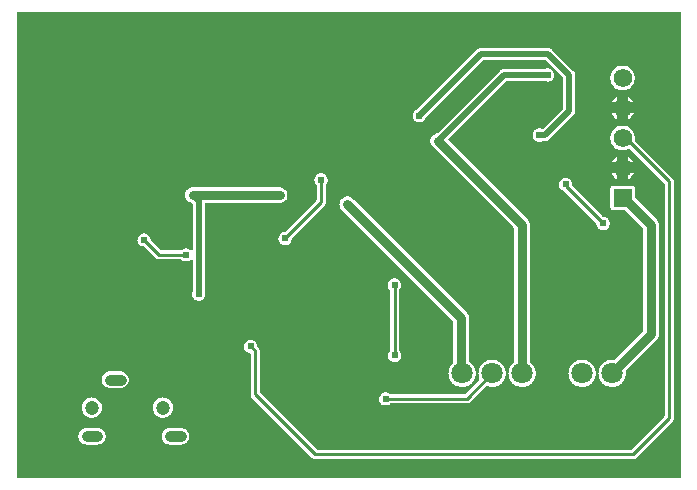
<source format=gbl>
G04 Layer: BottomLayer*
G04 EasyEDA v6.4.17, 2021-03-05T15:54:57+08:00*
G04 7810626ff2e9405a9b1361f117870e28,a0ab3b0d74464cd6b67425ecbf828b8b,10*
G04 Gerber Generator version 0.2*
G04 Scale: 100 percent, Rotated: No, Reflected: No *
G04 Dimensions in millimeters *
G04 leading zeros omitted , absolute positions ,4 integer and 5 decimal *
%FSLAX45Y45*%
%MOMM*%

%ADD10C,0.2540*%
%ADD11C,0.8000*%
%ADD12C,0.5000*%
%ADD16C,0.6100*%
%ADD17C,0.6200*%
%ADD23C,1.2000*%
%ADD24C,1.8000*%
%ADD25C,1.5748*%
%ADD26R,1.5748X1.5748*%
%ADD27C,0.9000*%

%LPD*%
G36*
X2067814Y4216654D02*
G01*
X2063902Y4217416D01*
X2060651Y4219651D01*
X2058416Y4222902D01*
X2057654Y4226814D01*
X2057654Y8155686D01*
X2058416Y8159597D01*
X2060651Y8162848D01*
X2063902Y8165084D01*
X2067814Y8165846D01*
X7673086Y8165846D01*
X7676997Y8165084D01*
X7680248Y8162848D01*
X7682484Y8159597D01*
X7683246Y8155686D01*
X7683246Y4226814D01*
X7682484Y4222902D01*
X7680248Y4219651D01*
X7676997Y4217416D01*
X7673086Y4216654D01*
G37*

%LPC*%
G36*
X7188200Y7502906D02*
G01*
X7201814Y7503820D01*
X7215225Y7506462D01*
X7228128Y7510881D01*
X7240371Y7516926D01*
X7251750Y7524496D01*
X7262012Y7533487D01*
X7271003Y7543749D01*
X7278573Y7555128D01*
X7284618Y7567371D01*
X7289038Y7580274D01*
X7291679Y7593685D01*
X7292594Y7607300D01*
X7291679Y7620914D01*
X7289038Y7634325D01*
X7284618Y7647228D01*
X7278573Y7659471D01*
X7271003Y7670850D01*
X7262012Y7681112D01*
X7251750Y7690103D01*
X7240371Y7697673D01*
X7228128Y7703718D01*
X7215225Y7708138D01*
X7201814Y7710779D01*
X7188200Y7711694D01*
X7174585Y7710779D01*
X7161174Y7708138D01*
X7148271Y7703718D01*
X7136028Y7697673D01*
X7124649Y7690103D01*
X7114387Y7681112D01*
X7105396Y7670850D01*
X7097826Y7659471D01*
X7091781Y7647228D01*
X7087362Y7634325D01*
X7084720Y7620914D01*
X7083806Y7607300D01*
X7084720Y7593685D01*
X7087362Y7580274D01*
X7091781Y7567371D01*
X7097826Y7555128D01*
X7105396Y7543749D01*
X7114387Y7533487D01*
X7124649Y7524496D01*
X7136028Y7516926D01*
X7148271Y7510881D01*
X7161174Y7506462D01*
X7174585Y7503820D01*
G37*
G36*
X2651099Y4502912D02*
G01*
X2740304Y4502912D01*
X2751785Y4503826D01*
X2762554Y4506417D01*
X2772765Y4510633D01*
X2782214Y4516424D01*
X2790647Y4523638D01*
X2797860Y4532071D01*
X2803652Y4541520D01*
X2807868Y4551730D01*
X2810459Y4562551D01*
X2811322Y4573574D01*
X2810459Y4584598D01*
X2807868Y4595418D01*
X2803652Y4605629D01*
X2797860Y4615078D01*
X2790647Y4623511D01*
X2782214Y4630724D01*
X2772765Y4636516D01*
X2762554Y4640732D01*
X2751785Y4643323D01*
X2740304Y4644237D01*
X2651099Y4644237D01*
X2639669Y4643323D01*
X2628900Y4640732D01*
X2618638Y4636516D01*
X2609189Y4630724D01*
X2600756Y4623511D01*
X2593594Y4615078D01*
X2587802Y4605629D01*
X2583535Y4595418D01*
X2580944Y4584598D01*
X2580081Y4573574D01*
X2580944Y4562551D01*
X2583535Y4551730D01*
X2587802Y4541520D01*
X2593594Y4532071D01*
X2600756Y4523638D01*
X2609189Y4516424D01*
X2618638Y4510633D01*
X2628900Y4506417D01*
X2639669Y4503826D01*
G37*
G36*
X2694178Y4730140D02*
G01*
X2706370Y4731054D01*
X2718308Y4733645D01*
X2729738Y4737912D01*
X2740456Y4743754D01*
X2750261Y4751070D01*
X2758897Y4759706D01*
X2766212Y4769510D01*
X2772054Y4780229D01*
X2776321Y4791659D01*
X2778912Y4803597D01*
X2779776Y4815789D01*
X2778912Y4827981D01*
X2776321Y4839919D01*
X2772054Y4851349D01*
X2766212Y4862068D01*
X2758897Y4871872D01*
X2750261Y4880508D01*
X2740456Y4887823D01*
X2729738Y4893665D01*
X2718308Y4897932D01*
X2706370Y4900523D01*
X2694178Y4901438D01*
X2681986Y4900523D01*
X2670048Y4897932D01*
X2658618Y4893665D01*
X2647848Y4887823D01*
X2638094Y4880508D01*
X2629458Y4871872D01*
X2622143Y4862068D01*
X2616250Y4851349D01*
X2611983Y4839919D01*
X2609392Y4827981D01*
X2608529Y4815789D01*
X2609392Y4803597D01*
X2611983Y4791659D01*
X2616250Y4780229D01*
X2622143Y4769510D01*
X2629458Y4759706D01*
X2638094Y4751070D01*
X2647848Y4743754D01*
X2658618Y4737912D01*
X2670048Y4733645D01*
X2681986Y4731054D01*
G37*
G36*
X3296056Y4730140D02*
G01*
X3308248Y4731054D01*
X3320186Y4733645D01*
X3331616Y4737912D01*
X3342386Y4743754D01*
X3352139Y4751070D01*
X3360775Y4759706D01*
X3368090Y4769510D01*
X3373983Y4780229D01*
X3378250Y4791659D01*
X3380841Y4803597D01*
X3381705Y4815789D01*
X3380841Y4827981D01*
X3378250Y4839919D01*
X3373983Y4851349D01*
X3368090Y4862068D01*
X3360775Y4871872D01*
X3352139Y4880508D01*
X3342386Y4887823D01*
X3331616Y4893665D01*
X3320186Y4897932D01*
X3308248Y4900523D01*
X3296056Y4901438D01*
X3283864Y4900523D01*
X3271926Y4897932D01*
X3260496Y4893665D01*
X3249777Y4887823D01*
X3239973Y4880508D01*
X3231337Y4871872D01*
X3224022Y4862068D01*
X3218180Y4851349D01*
X3213912Y4839919D01*
X3211322Y4827981D01*
X3210458Y4815789D01*
X3211322Y4803597D01*
X3213912Y4791659D01*
X3218180Y4780229D01*
X3224022Y4769510D01*
X3231337Y4759706D01*
X3239973Y4751070D01*
X3249777Y4743754D01*
X3260496Y4737912D01*
X3271926Y4733645D01*
X3283864Y4731054D01*
G37*
G36*
X5181600Y4833366D02*
G01*
X5191353Y4834229D01*
X5200802Y4836769D01*
X5209641Y4840884D01*
X5217668Y4846523D01*
X5219344Y4848148D01*
X5222646Y4850384D01*
X5226507Y4851146D01*
X5866892Y4851146D01*
X5874867Y4851908D01*
X5882081Y4854092D01*
X5888685Y4857648D01*
X5894882Y4862728D01*
X6028537Y4996383D01*
X6031788Y4998567D01*
X6035598Y4999329D01*
X6039459Y4998618D01*
X6047587Y4995418D01*
X6061608Y4991811D01*
X6076035Y4989982D01*
X6090564Y4989982D01*
X6104991Y4991811D01*
X6119012Y4995418D01*
X6132525Y5000752D01*
X6145276Y5007762D01*
X6157010Y5016296D01*
X6167577Y5026253D01*
X6176873Y5037429D01*
X6184646Y5049672D01*
X6190792Y5062829D01*
X6195314Y5076647D01*
X6198006Y5090922D01*
X6198920Y5105400D01*
X6198006Y5119878D01*
X6195314Y5134152D01*
X6190792Y5147970D01*
X6184646Y5161127D01*
X6176873Y5173370D01*
X6167577Y5184546D01*
X6157010Y5194503D01*
X6145276Y5203037D01*
X6132525Y5210048D01*
X6119012Y5215382D01*
X6104991Y5218988D01*
X6090564Y5220817D01*
X6076035Y5220817D01*
X6061608Y5218988D01*
X6047587Y5215382D01*
X6034074Y5210048D01*
X6021324Y5203037D01*
X6009589Y5194503D01*
X5999022Y5184546D01*
X5989726Y5173370D01*
X5981954Y5161127D01*
X5975807Y5147970D01*
X5971286Y5134152D01*
X5968593Y5119878D01*
X5967679Y5105400D01*
X5968593Y5090922D01*
X5971286Y5076647D01*
X5975807Y5062829D01*
X5977128Y5058003D01*
X5976416Y5053939D01*
X5974181Y5050485D01*
X5854496Y4930851D01*
X5851194Y4928616D01*
X5847283Y4927854D01*
X5226507Y4927854D01*
X5222646Y4928616D01*
X5219344Y4930851D01*
X5217668Y4932476D01*
X5209641Y4938115D01*
X5200802Y4942230D01*
X5191353Y4944770D01*
X5181600Y4945634D01*
X5171846Y4944770D01*
X5162397Y4942230D01*
X5153558Y4938115D01*
X5145532Y4932476D01*
X5138623Y4925568D01*
X5132984Y4917541D01*
X5128869Y4908702D01*
X5126329Y4899253D01*
X5125466Y4889500D01*
X5126329Y4879746D01*
X5128869Y4870297D01*
X5132984Y4861458D01*
X5138623Y4853432D01*
X5145532Y4846523D01*
X5153558Y4840884D01*
X5162397Y4836769D01*
X5171846Y4834229D01*
G37*
G36*
X2847746Y4982667D02*
G01*
X2936951Y4982667D01*
X2948432Y4983581D01*
X2959201Y4986172D01*
X2969412Y4990388D01*
X2978861Y4996180D01*
X2987294Y5003393D01*
X2994507Y5011826D01*
X3000298Y5021275D01*
X3004515Y5031486D01*
X3007106Y5042306D01*
X3007969Y5053330D01*
X3007106Y5064353D01*
X3004515Y5075174D01*
X3000298Y5085384D01*
X2994507Y5094833D01*
X2987294Y5103266D01*
X2978861Y5110480D01*
X2969412Y5116271D01*
X2959201Y5120487D01*
X2948432Y5123078D01*
X2936951Y5123992D01*
X2847746Y5123992D01*
X2836316Y5123078D01*
X2825546Y5120487D01*
X2815285Y5116271D01*
X2805836Y5110480D01*
X2797403Y5103266D01*
X2790240Y5094833D01*
X2784449Y5085384D01*
X2780182Y5075174D01*
X2777591Y5064353D01*
X2776728Y5053330D01*
X2777591Y5042306D01*
X2780182Y5031486D01*
X2784449Y5021275D01*
X2790240Y5011826D01*
X2797403Y5003393D01*
X2805836Y4996180D01*
X2815285Y4990388D01*
X2825546Y4986172D01*
X2836316Y4983581D01*
G37*
G36*
X6838035Y4989982D02*
G01*
X6852564Y4989982D01*
X6866991Y4991811D01*
X6881012Y4995418D01*
X6894525Y5000752D01*
X6907275Y5007762D01*
X6919010Y5016296D01*
X6929577Y5026253D01*
X6938873Y5037429D01*
X6946646Y5049672D01*
X6952792Y5062829D01*
X6957314Y5076647D01*
X6960006Y5090922D01*
X6960920Y5105400D01*
X6960006Y5119878D01*
X6957314Y5134152D01*
X6952792Y5147970D01*
X6946646Y5161127D01*
X6938873Y5173370D01*
X6929577Y5184546D01*
X6919010Y5194503D01*
X6907275Y5203037D01*
X6894525Y5210048D01*
X6881012Y5215382D01*
X6866991Y5218988D01*
X6852564Y5220817D01*
X6838035Y5220817D01*
X6823608Y5218988D01*
X6809587Y5215382D01*
X6796074Y5210048D01*
X6783324Y5203037D01*
X6771589Y5194503D01*
X6761022Y5184546D01*
X6751726Y5173370D01*
X6743953Y5161127D01*
X6737807Y5147970D01*
X6733286Y5134152D01*
X6730593Y5119878D01*
X6729679Y5105400D01*
X6730593Y5090922D01*
X6733286Y5076647D01*
X6737807Y5062829D01*
X6743953Y5049672D01*
X6751726Y5037429D01*
X6761022Y5026253D01*
X6771589Y5016296D01*
X6783324Y5007762D01*
X6796074Y5000752D01*
X6809587Y4995418D01*
X6823608Y4991811D01*
G37*
G36*
X7092035Y4989982D02*
G01*
X7106564Y4989982D01*
X7120991Y4991811D01*
X7135012Y4995418D01*
X7148525Y5000752D01*
X7161275Y5007762D01*
X7173010Y5016296D01*
X7183577Y5026253D01*
X7192873Y5037429D01*
X7200646Y5049672D01*
X7206792Y5062829D01*
X7211314Y5076647D01*
X7214006Y5090922D01*
X7214920Y5105400D01*
X7213752Y5124094D01*
X7214717Y5127244D01*
X7216648Y5129885D01*
X7475626Y5388914D01*
X7482586Y5397042D01*
X7487970Y5405831D01*
X7491933Y5415330D01*
X7494320Y5425338D01*
X7495133Y5436006D01*
X7495133Y6362293D01*
X7494320Y6372961D01*
X7491933Y6382969D01*
X7487970Y6392468D01*
X7482586Y6401257D01*
X7475626Y6409385D01*
X7295591Y6589471D01*
X7293356Y6592773D01*
X7292594Y6596684D01*
X7292594Y6669481D01*
X7291882Y6675729D01*
X7290003Y6681165D01*
X7286955Y6685991D01*
X7282891Y6690055D01*
X7278065Y6693103D01*
X7272629Y6694982D01*
X7266381Y6695694D01*
X7110018Y6695694D01*
X7103770Y6694982D01*
X7098334Y6693103D01*
X7093508Y6690055D01*
X7089444Y6685991D01*
X7086396Y6681165D01*
X7084517Y6675729D01*
X7083806Y6669481D01*
X7083806Y6513118D01*
X7084517Y6506870D01*
X7086396Y6501434D01*
X7089444Y6496608D01*
X7093508Y6492544D01*
X7098334Y6489496D01*
X7103770Y6487617D01*
X7110018Y6486906D01*
X7208215Y6486906D01*
X7212126Y6486144D01*
X7215428Y6483908D01*
X7360869Y6338468D01*
X7363053Y6335166D01*
X7363866Y6331305D01*
X7363866Y5466994D01*
X7363053Y5463133D01*
X7360869Y5459831D01*
X7123684Y5222595D01*
X7121194Y5220766D01*
X7118299Y5219801D01*
X7115200Y5219700D01*
X7106564Y5220817D01*
X7092035Y5220817D01*
X7077608Y5218988D01*
X7063587Y5215382D01*
X7050074Y5210048D01*
X7037324Y5203037D01*
X7025589Y5194503D01*
X7015022Y5184546D01*
X7005726Y5173370D01*
X6997953Y5161127D01*
X6991807Y5147970D01*
X6987286Y5134152D01*
X6984593Y5119878D01*
X6983679Y5105400D01*
X6984593Y5090922D01*
X6987286Y5076647D01*
X6991807Y5062829D01*
X6997953Y5049672D01*
X7005726Y5037429D01*
X7015022Y5026253D01*
X7025589Y5016296D01*
X7037324Y5007762D01*
X7050074Y5000752D01*
X7063587Y4995418D01*
X7077608Y4991811D01*
G37*
G36*
X5822035Y4989982D02*
G01*
X5836564Y4989982D01*
X5850991Y4991811D01*
X5865012Y4995418D01*
X5878525Y5000752D01*
X5891276Y5007762D01*
X5903010Y5016296D01*
X5913577Y5026253D01*
X5922873Y5037429D01*
X5930646Y5049672D01*
X5936792Y5062829D01*
X5941314Y5076647D01*
X5944006Y5090922D01*
X5944920Y5105400D01*
X5944006Y5119878D01*
X5941314Y5134152D01*
X5936792Y5147970D01*
X5930646Y5161127D01*
X5922873Y5173370D01*
X5913577Y5184546D01*
X5903010Y5194503D01*
X5891530Y5202834D01*
X5889294Y5205069D01*
X5887821Y5207914D01*
X5887313Y5211064D01*
X5887313Y5573623D01*
X5886500Y5584291D01*
X5884113Y5594299D01*
X5880150Y5603798D01*
X5874766Y5612587D01*
X5867806Y5620715D01*
X4903165Y6585356D01*
X4895037Y6592316D01*
X4886248Y6597700D01*
X4876749Y6601663D01*
X4866741Y6604050D01*
X4856480Y6604863D01*
X4846218Y6604050D01*
X4836210Y6601663D01*
X4826711Y6597700D01*
X4817922Y6592316D01*
X4810099Y6585610D01*
X4803394Y6577787D01*
X4798009Y6568998D01*
X4794046Y6559499D01*
X4791659Y6549491D01*
X4790846Y6539230D01*
X4791659Y6528968D01*
X4794046Y6518960D01*
X4798009Y6509461D01*
X4803394Y6500672D01*
X4810353Y6492544D01*
X5753049Y5549798D01*
X5755233Y5546496D01*
X5756046Y5542635D01*
X5756046Y5199278D01*
X5755182Y5195265D01*
X5752846Y5191912D01*
X5745022Y5184546D01*
X5735726Y5173370D01*
X5727954Y5161127D01*
X5721807Y5147970D01*
X5717286Y5134152D01*
X5714593Y5119878D01*
X5713679Y5105400D01*
X5714593Y5090922D01*
X5717286Y5076647D01*
X5721807Y5062829D01*
X5727954Y5049672D01*
X5735726Y5037429D01*
X5745022Y5026253D01*
X5755589Y5016296D01*
X5767324Y5007762D01*
X5780074Y5000752D01*
X5793587Y4995418D01*
X5807608Y4991811D01*
G37*
G36*
X6330035Y4989982D02*
G01*
X6344564Y4989982D01*
X6358991Y4991811D01*
X6373012Y4995418D01*
X6386525Y5000752D01*
X6399276Y5007762D01*
X6411010Y5016296D01*
X6421577Y5026253D01*
X6430873Y5037429D01*
X6438646Y5049672D01*
X6444792Y5062829D01*
X6449314Y5076647D01*
X6452006Y5090922D01*
X6452920Y5105400D01*
X6452006Y5119878D01*
X6449314Y5134152D01*
X6444792Y5147970D01*
X6438646Y5161127D01*
X6430873Y5173370D01*
X6421577Y5184546D01*
X6411010Y5194503D01*
X6407150Y5197297D01*
X6404914Y5199532D01*
X6403441Y5202377D01*
X6402933Y5205526D01*
X6402933Y6362293D01*
X6402120Y6372961D01*
X6399733Y6382969D01*
X6395770Y6392468D01*
X6390386Y6401257D01*
X6383426Y6409385D01*
X5715508Y7077303D01*
X5713323Y7080605D01*
X5712561Y7084517D01*
X5713323Y7088378D01*
X5715508Y7091680D01*
X6202883Y7579055D01*
X6206185Y7581290D01*
X6210096Y7582052D01*
X6525971Y7582052D01*
X6529781Y7581290D01*
X6536639Y7578547D01*
X6545986Y7576515D01*
X6555587Y7576108D01*
X6565138Y7577328D01*
X6574332Y7580172D01*
X6582867Y7584490D01*
X6590588Y7590180D01*
X6597243Y7597140D01*
X6602628Y7605064D01*
X6606590Y7613853D01*
X6608978Y7623149D01*
X6609842Y7632700D01*
X6608978Y7642250D01*
X6606590Y7651546D01*
X6602628Y7660335D01*
X6597243Y7668259D01*
X6590588Y7675219D01*
X6582867Y7680909D01*
X6574332Y7685227D01*
X6565138Y7688072D01*
X6555587Y7689291D01*
X6545986Y7688834D01*
X6536639Y7686852D01*
X6529781Y7684109D01*
X6525971Y7683347D01*
X6185103Y7683347D01*
X6180480Y7683144D01*
X6176111Y7682585D01*
X6171793Y7681620D01*
X6167577Y7680299D01*
X6163513Y7678623D01*
X6159601Y7676540D01*
X6155842Y7674203D01*
X6152337Y7671511D01*
X6148933Y7668361D01*
X5622239Y7141667D01*
X5619292Y7139635D01*
X5605830Y7136333D01*
X5596331Y7132370D01*
X5587542Y7126986D01*
X5579719Y7120280D01*
X5573014Y7112457D01*
X5567629Y7103668D01*
X5563666Y7094169D01*
X5561279Y7084161D01*
X5560466Y7073900D01*
X5561279Y7063638D01*
X5563666Y7053630D01*
X5567629Y7044131D01*
X5573014Y7035342D01*
X5579973Y7027214D01*
X6268669Y6338468D01*
X6270853Y6335166D01*
X6271666Y6331305D01*
X6271666Y5205526D01*
X6271158Y5202377D01*
X6269685Y5199532D01*
X6267450Y5197297D01*
X6263589Y5194503D01*
X6253022Y5184546D01*
X6243726Y5173370D01*
X6235954Y5161127D01*
X6229807Y5147970D01*
X6225286Y5134152D01*
X6222593Y5119878D01*
X6221679Y5105400D01*
X6222593Y5090922D01*
X6225286Y5076647D01*
X6229807Y5062829D01*
X6235954Y5049672D01*
X6243726Y5037429D01*
X6253022Y5026253D01*
X6263589Y5016296D01*
X6275324Y5007762D01*
X6288074Y5000752D01*
X6301587Y4995418D01*
X6315608Y4991811D01*
G37*
G36*
X5260187Y5201208D02*
G01*
X5269738Y5202428D01*
X5278932Y5205272D01*
X5287467Y5209590D01*
X5295188Y5215280D01*
X5301843Y5222240D01*
X5307228Y5230164D01*
X5311190Y5238953D01*
X5313578Y5248249D01*
X5314442Y5257800D01*
X5313578Y5267350D01*
X5311190Y5276646D01*
X5307228Y5285435D01*
X5301843Y5293360D01*
X5298998Y5296357D01*
X5296865Y5299608D01*
X5296154Y5303418D01*
X5296154Y5809081D01*
X5296865Y5812891D01*
X5298998Y5816142D01*
X5301843Y5819140D01*
X5307228Y5827064D01*
X5311190Y5835853D01*
X5313578Y5845149D01*
X5314442Y5854700D01*
X5313578Y5864250D01*
X5311190Y5873546D01*
X5307228Y5882335D01*
X5301843Y5890260D01*
X5295188Y5897219D01*
X5287467Y5902909D01*
X5278932Y5907227D01*
X5269738Y5910072D01*
X5260187Y5911291D01*
X5250586Y5910834D01*
X5241239Y5908852D01*
X5232298Y5905246D01*
X5224119Y5900216D01*
X5216906Y5893866D01*
X5210911Y5886399D01*
X5206187Y5878017D01*
X5202986Y5868974D01*
X5201361Y5859526D01*
X5201361Y5849874D01*
X5202986Y5840425D01*
X5206187Y5831382D01*
X5210911Y5823000D01*
X5217210Y5815177D01*
X5218887Y5812180D01*
X5219446Y5808827D01*
X5219446Y5303672D01*
X5218887Y5300319D01*
X5217210Y5297322D01*
X5210911Y5289499D01*
X5206187Y5281117D01*
X5202986Y5272074D01*
X5201361Y5262626D01*
X5201361Y5252974D01*
X5202986Y5243525D01*
X5206187Y5234482D01*
X5210911Y5226100D01*
X5216906Y5218633D01*
X5224119Y5212283D01*
X5232298Y5207254D01*
X5241239Y5203647D01*
X5250586Y5201615D01*
G37*
G36*
X3599179Y5721096D02*
G01*
X3608933Y5721959D01*
X3618382Y5724499D01*
X3627221Y5728614D01*
X3635248Y5734253D01*
X3642156Y5741162D01*
X3647795Y5749188D01*
X3651910Y5758027D01*
X3654450Y5767476D01*
X3655314Y5777230D01*
X3654450Y5786983D01*
X3651910Y5796432D01*
X3650792Y5798820D01*
X3649827Y5803138D01*
X3649827Y6539636D01*
X3650589Y6543497D01*
X3652824Y6546799D01*
X3656126Y6548983D01*
X3659987Y6549796D01*
X4284573Y6549796D01*
X4295241Y6550609D01*
X4305249Y6552996D01*
X4314748Y6556959D01*
X4323537Y6562344D01*
X4331360Y6569049D01*
X4338066Y6576872D01*
X4343450Y6585661D01*
X4347413Y6595160D01*
X4349800Y6605168D01*
X4350613Y6615430D01*
X4349800Y6625691D01*
X4347413Y6635699D01*
X4343450Y6645198D01*
X4338066Y6653987D01*
X4331360Y6661810D01*
X4323537Y6668516D01*
X4314748Y6673900D01*
X4305249Y6677863D01*
X4295241Y6680250D01*
X4284573Y6681063D01*
X3548786Y6681063D01*
X3538118Y6680250D01*
X3528110Y6677863D01*
X3518611Y6673900D01*
X3509822Y6668516D01*
X3501999Y6661810D01*
X3495294Y6653987D01*
X3489909Y6645198D01*
X3485946Y6635699D01*
X3483559Y6625691D01*
X3482746Y6615430D01*
X3483559Y6605168D01*
X3485946Y6595160D01*
X3489909Y6585661D01*
X3495294Y6576872D01*
X3501999Y6569049D01*
X3509822Y6562344D01*
X3518611Y6556959D01*
X3528110Y6552996D01*
X3538880Y6550406D01*
X3543604Y6548170D01*
X3546246Y6545884D01*
X3547922Y6542836D01*
X3548532Y6539433D01*
X3548532Y6156248D01*
X3547770Y6152388D01*
X3545535Y6149086D01*
X3542233Y6146850D01*
X3538372Y6146088D01*
X3534460Y6146850D01*
X3531158Y6149086D01*
X3528568Y6151676D01*
X3520541Y6157315D01*
X3511702Y6161430D01*
X3502253Y6163970D01*
X3492500Y6164834D01*
X3482746Y6163970D01*
X3473297Y6161430D01*
X3464458Y6157315D01*
X3456432Y6151676D01*
X3454755Y6150051D01*
X3451453Y6147816D01*
X3447592Y6147054D01*
X3284016Y6147054D01*
X3280105Y6147816D01*
X3276803Y6150051D01*
X3195828Y6231026D01*
X3193796Y6233922D01*
X3192881Y6237325D01*
X3192170Y6245453D01*
X3189630Y6254902D01*
X3185515Y6263741D01*
X3179876Y6271768D01*
X3172968Y6278676D01*
X3164941Y6284315D01*
X3156102Y6288430D01*
X3146653Y6290970D01*
X3136900Y6291834D01*
X3127146Y6290970D01*
X3117697Y6288430D01*
X3108858Y6284315D01*
X3100832Y6278676D01*
X3093923Y6271768D01*
X3088284Y6263741D01*
X3084169Y6254902D01*
X3081629Y6245453D01*
X3080766Y6235700D01*
X3081629Y6225946D01*
X3084169Y6216497D01*
X3088284Y6207658D01*
X3093923Y6199632D01*
X3100832Y6192723D01*
X3108858Y6187084D01*
X3117697Y6182969D01*
X3127146Y6180429D01*
X3135274Y6179718D01*
X3138678Y6178804D01*
X3141573Y6176772D01*
X3236417Y6081928D01*
X3242614Y6076848D01*
X3249218Y6073292D01*
X3256432Y6071108D01*
X3264408Y6070346D01*
X3447592Y6070346D01*
X3451453Y6069584D01*
X3454755Y6067348D01*
X3456432Y6065723D01*
X3464458Y6060084D01*
X3473297Y6055969D01*
X3482746Y6053429D01*
X3492500Y6052566D01*
X3502253Y6053429D01*
X3511702Y6055969D01*
X3520541Y6060084D01*
X3528568Y6065723D01*
X3531158Y6068314D01*
X3534460Y6070549D01*
X3538372Y6071311D01*
X3542233Y6070549D01*
X3545535Y6068314D01*
X3547770Y6065012D01*
X3548532Y6061151D01*
X3548532Y5803138D01*
X3547567Y5798820D01*
X3546449Y5796432D01*
X3543909Y5786983D01*
X3543046Y5777230D01*
X3543909Y5767476D01*
X3546449Y5758027D01*
X3550564Y5749188D01*
X3556203Y5741162D01*
X3563112Y5734253D01*
X3571138Y5728614D01*
X3579977Y5724499D01*
X3589426Y5721959D01*
G37*
G36*
X3357219Y4502607D02*
G01*
X3446424Y4502607D01*
X3457905Y4503521D01*
X3468674Y4506112D01*
X3478885Y4510328D01*
X3488334Y4516120D01*
X3496767Y4523333D01*
X3503980Y4531766D01*
X3509772Y4541215D01*
X3513988Y4551426D01*
X3516579Y4562246D01*
X3517442Y4573270D01*
X3516579Y4584293D01*
X3513988Y4595114D01*
X3509772Y4605324D01*
X3503980Y4614773D01*
X3496767Y4623206D01*
X3488334Y4630420D01*
X3478885Y4636211D01*
X3468674Y4640427D01*
X3457905Y4643018D01*
X3446424Y4643932D01*
X3357219Y4643932D01*
X3345789Y4643018D01*
X3335020Y4640427D01*
X3324758Y4636211D01*
X3315309Y4630420D01*
X3306876Y4623206D01*
X3299714Y4614773D01*
X3293922Y4605324D01*
X3289655Y4595114D01*
X3287064Y4584293D01*
X3286201Y4573270D01*
X3287064Y4562246D01*
X3289655Y4551426D01*
X3293922Y4541215D01*
X3299714Y4531766D01*
X3306876Y4523333D01*
X3315309Y4516120D01*
X3324758Y4510328D01*
X3335020Y4506112D01*
X3345789Y4503521D01*
G37*
G36*
X4333087Y6191808D02*
G01*
X4342638Y6193028D01*
X4351832Y6195872D01*
X4360367Y6200190D01*
X4368088Y6205880D01*
X4374743Y6212840D01*
X4380128Y6220764D01*
X4384090Y6229553D01*
X4386478Y6238849D01*
X4387240Y6247282D01*
X4388154Y6250736D01*
X4390186Y6253632D01*
X4662271Y6525717D01*
X4667351Y6531914D01*
X4670907Y6538518D01*
X4673092Y6545732D01*
X4673854Y6553708D01*
X4673854Y6698081D01*
X4674565Y6701891D01*
X4676698Y6705142D01*
X4679543Y6708140D01*
X4684928Y6716064D01*
X4688890Y6724853D01*
X4691278Y6734149D01*
X4692142Y6743700D01*
X4691278Y6753250D01*
X4688890Y6762546D01*
X4684928Y6771335D01*
X4679543Y6779259D01*
X4672888Y6786219D01*
X4665167Y6791909D01*
X4656632Y6796227D01*
X4647438Y6799072D01*
X4637887Y6800291D01*
X4628286Y6799834D01*
X4618939Y6797852D01*
X4609998Y6794246D01*
X4601819Y6789216D01*
X4594606Y6782866D01*
X4588611Y6775399D01*
X4583887Y6767017D01*
X4580686Y6757974D01*
X4579061Y6748525D01*
X4579061Y6738874D01*
X4580686Y6729425D01*
X4583887Y6720382D01*
X4588611Y6712000D01*
X4594910Y6704177D01*
X4596587Y6701180D01*
X4597146Y6697827D01*
X4597146Y6573316D01*
X4596384Y6569405D01*
X4594148Y6566103D01*
X4335830Y6307785D01*
X4332732Y6305651D01*
X4329074Y6304788D01*
X4323486Y6304534D01*
X4314139Y6302552D01*
X4305198Y6298946D01*
X4297019Y6293916D01*
X4289806Y6287566D01*
X4283811Y6280099D01*
X4279087Y6271717D01*
X4275886Y6262674D01*
X4274261Y6253226D01*
X4274261Y6243574D01*
X4275886Y6234125D01*
X4279087Y6225082D01*
X4283811Y6216700D01*
X4289806Y6209233D01*
X4297019Y6202883D01*
X4305198Y6197854D01*
X4314139Y6194247D01*
X4323486Y6192215D01*
G37*
G36*
X7025487Y6318808D02*
G01*
X7035038Y6320028D01*
X7044232Y6322872D01*
X7052767Y6327190D01*
X7060488Y6332880D01*
X7067143Y6339840D01*
X7072528Y6347764D01*
X7076490Y6356553D01*
X7078878Y6365849D01*
X7079742Y6375400D01*
X7078878Y6384950D01*
X7076490Y6394246D01*
X7072528Y6403035D01*
X7067143Y6410960D01*
X7060488Y6417919D01*
X7052767Y6423609D01*
X7044232Y6427927D01*
X7035038Y6430772D01*
X7025436Y6431940D01*
X7021322Y6432651D01*
X7017816Y6434937D01*
X6764375Y6688378D01*
X6762038Y6692087D01*
X6761429Y6696405D01*
X6762242Y6705600D01*
X6761378Y6715150D01*
X6758990Y6724446D01*
X6755028Y6733235D01*
X6749643Y6741159D01*
X6742988Y6748119D01*
X6735267Y6753809D01*
X6726732Y6758127D01*
X6717538Y6760972D01*
X6707987Y6762191D01*
X6698386Y6761734D01*
X6689039Y6759752D01*
X6680098Y6756146D01*
X6671919Y6751116D01*
X6664706Y6744766D01*
X6658711Y6737299D01*
X6653987Y6728917D01*
X6650786Y6719874D01*
X6649161Y6710425D01*
X6649161Y6700774D01*
X6650786Y6691325D01*
X6653987Y6682282D01*
X6658711Y6673900D01*
X6664706Y6666433D01*
X6671919Y6660083D01*
X6680098Y6655053D01*
X6689039Y6651447D01*
X6693611Y6650024D01*
X6695948Y6648297D01*
X6963714Y6380530D01*
X6965899Y6377228D01*
X6966661Y6373368D01*
X6966661Y6370574D01*
X6968286Y6361125D01*
X6971487Y6352082D01*
X6976211Y6343700D01*
X6982206Y6336233D01*
X6989419Y6329883D01*
X6997598Y6324854D01*
X7006539Y6321247D01*
X7015886Y6319215D01*
G37*
G36*
X7142480Y6751726D02*
G01*
X7142480Y6799580D01*
X7094626Y6799580D01*
X7097826Y6793128D01*
X7105396Y6781749D01*
X7114387Y6771487D01*
X7124649Y6762496D01*
X7136028Y6754926D01*
G37*
G36*
X7233920Y6751726D02*
G01*
X7240371Y6754926D01*
X7251750Y6762496D01*
X7262012Y6771487D01*
X7271003Y6781749D01*
X7278573Y6793128D01*
X7281773Y6799580D01*
X7233920Y6799580D01*
G37*
G36*
X7094626Y6891020D02*
G01*
X7142480Y6891020D01*
X7142480Y6938873D01*
X7136028Y6935673D01*
X7124649Y6928103D01*
X7114387Y6919112D01*
X7105396Y6908850D01*
X7097826Y6897471D01*
G37*
G36*
X7233920Y6891020D02*
G01*
X7281773Y6891020D01*
X7278573Y6897471D01*
X7271003Y6908850D01*
X7262012Y6919112D01*
X7251750Y6928103D01*
X7240371Y6935673D01*
X7233920Y6938873D01*
G37*
G36*
X6484467Y7066838D02*
G01*
X6494018Y7068058D01*
X6503212Y7070902D01*
X6506972Y7072477D01*
X6509359Y7072782D01*
X6532676Y7072782D01*
X6537299Y7072985D01*
X6541668Y7073544D01*
X6545986Y7074509D01*
X6550202Y7075830D01*
X6554266Y7077506D01*
X6558178Y7079589D01*
X6561937Y7081926D01*
X6565442Y7084618D01*
X6568846Y7087768D01*
X6771741Y7290663D01*
X6774891Y7294067D01*
X6777583Y7297572D01*
X6779920Y7301331D01*
X6782003Y7305243D01*
X6783679Y7309307D01*
X6785000Y7313523D01*
X6785965Y7317841D01*
X6786524Y7322210D01*
X6786727Y7326833D01*
X6786727Y7631226D01*
X6786524Y7635849D01*
X6785965Y7640218D01*
X6785000Y7644536D01*
X6783679Y7648752D01*
X6782003Y7652816D01*
X6779920Y7656728D01*
X6777583Y7660487D01*
X6774891Y7663992D01*
X6771741Y7667396D01*
X6594246Y7844891D01*
X6590842Y7848041D01*
X6587337Y7850733D01*
X6583578Y7853070D01*
X6579666Y7855153D01*
X6575602Y7856829D01*
X6571386Y7858150D01*
X6567068Y7859115D01*
X6562699Y7859674D01*
X6558076Y7859877D01*
X5986983Y7859877D01*
X5982360Y7859674D01*
X5977991Y7859115D01*
X5973673Y7858150D01*
X5969457Y7856829D01*
X5965393Y7855153D01*
X5961481Y7853070D01*
X5957722Y7850733D01*
X5954217Y7848041D01*
X5950813Y7844891D01*
X5449417Y7343495D01*
X5446014Y7341260D01*
X5440578Y7339075D01*
X5432399Y7334046D01*
X5425186Y7327696D01*
X5419191Y7320229D01*
X5414467Y7311847D01*
X5411266Y7302804D01*
X5409641Y7293356D01*
X5409641Y7283703D01*
X5411266Y7274255D01*
X5414467Y7265212D01*
X5419191Y7256830D01*
X5425186Y7249363D01*
X5432399Y7243013D01*
X5440578Y7237984D01*
X5449519Y7234377D01*
X5458866Y7232345D01*
X5468467Y7231938D01*
X5478018Y7233158D01*
X5487212Y7236002D01*
X5495747Y7240320D01*
X5503468Y7246010D01*
X5510123Y7252970D01*
X5515508Y7260894D01*
X5519216Y7269073D01*
X5521299Y7272070D01*
X6004763Y7755585D01*
X6008065Y7757820D01*
X6011976Y7758582D01*
X6533083Y7758582D01*
X6536994Y7757820D01*
X6540296Y7755585D01*
X6682435Y7613446D01*
X6684670Y7610144D01*
X6685432Y7606233D01*
X6685432Y7351826D01*
X6684670Y7347915D01*
X6682435Y7344613D01*
X6515404Y7177633D01*
X6511899Y7175296D01*
X6507734Y7174636D01*
X6494018Y7178802D01*
X6484467Y7180021D01*
X6474866Y7179564D01*
X6465519Y7177582D01*
X6456578Y7173975D01*
X6448399Y7168946D01*
X6441186Y7162596D01*
X6435191Y7155129D01*
X6430467Y7146747D01*
X6427266Y7137704D01*
X6425641Y7128256D01*
X6425641Y7118603D01*
X6427266Y7109155D01*
X6430467Y7100112D01*
X6435191Y7091730D01*
X6441186Y7084263D01*
X6448399Y7077913D01*
X6456578Y7072884D01*
X6465519Y7069277D01*
X6474866Y7067245D01*
G37*
G36*
X7142480Y7259726D02*
G01*
X7142480Y7307580D01*
X7094626Y7307580D01*
X7097826Y7301128D01*
X7105396Y7289749D01*
X7114387Y7279487D01*
X7124649Y7270496D01*
X7136028Y7262926D01*
G37*
G36*
X7233920Y7259726D02*
G01*
X7240371Y7262926D01*
X7251750Y7270496D01*
X7262012Y7279487D01*
X7271003Y7289749D01*
X7278573Y7301128D01*
X7281773Y7307580D01*
X7233920Y7307580D01*
G37*
G36*
X7094626Y7399020D02*
G01*
X7142480Y7399020D01*
X7142480Y7446873D01*
X7136028Y7443673D01*
X7124649Y7436103D01*
X7114387Y7427112D01*
X7105396Y7416850D01*
X7097826Y7405471D01*
G37*
G36*
X7233920Y7399020D02*
G01*
X7281773Y7399020D01*
X7278573Y7405471D01*
X7271003Y7416850D01*
X7262012Y7427112D01*
X7251750Y7436103D01*
X7240371Y7443673D01*
X7233920Y7446873D01*
G37*
G36*
X4585208Y4381246D02*
G01*
X7276592Y4381246D01*
X7284567Y4382008D01*
X7291781Y4384192D01*
X7298385Y4387748D01*
X7304582Y4392828D01*
X7608671Y4696917D01*
X7613751Y4703114D01*
X7617307Y4709718D01*
X7619492Y4716932D01*
X7620253Y4724908D01*
X7620253Y6730492D01*
X7619492Y6738467D01*
X7617307Y6745681D01*
X7613751Y6752285D01*
X7608671Y6758482D01*
X7293813Y7073341D01*
X7291882Y7075982D01*
X7290917Y7079183D01*
X7291019Y7082485D01*
X7291679Y7085685D01*
X7292594Y7099300D01*
X7291679Y7112914D01*
X7289038Y7126325D01*
X7284618Y7139228D01*
X7278573Y7151471D01*
X7271003Y7162850D01*
X7262012Y7173112D01*
X7251750Y7182103D01*
X7240371Y7189673D01*
X7228128Y7195718D01*
X7215225Y7200138D01*
X7201814Y7202779D01*
X7188200Y7203694D01*
X7174585Y7202779D01*
X7161174Y7200138D01*
X7148271Y7195718D01*
X7136028Y7189673D01*
X7124649Y7182103D01*
X7114387Y7173112D01*
X7105396Y7162850D01*
X7097826Y7151471D01*
X7091781Y7139228D01*
X7087362Y7126325D01*
X7084720Y7112914D01*
X7083806Y7099300D01*
X7084720Y7085685D01*
X7087362Y7072274D01*
X7091781Y7059371D01*
X7097826Y7047128D01*
X7105396Y7035749D01*
X7114387Y7025487D01*
X7124649Y7016496D01*
X7136028Y7008926D01*
X7148271Y7002881D01*
X7161174Y6998462D01*
X7174585Y6995820D01*
X7188200Y6994906D01*
X7201814Y6995820D01*
X7215225Y6998462D01*
X7228128Y7002881D01*
X7240117Y7008774D01*
X7244181Y7009841D01*
X7248296Y7009130D01*
X7251801Y7006844D01*
X7540548Y6718096D01*
X7542784Y6714794D01*
X7543546Y6710883D01*
X7543546Y4744516D01*
X7542784Y4740605D01*
X7540548Y4737303D01*
X7264196Y4460951D01*
X7260894Y4458716D01*
X7256983Y4457954D01*
X4604816Y4457954D01*
X4600905Y4458716D01*
X4597603Y4460951D01*
X4118051Y4940503D01*
X4115815Y4943805D01*
X4115054Y4947716D01*
X4115054Y5295392D01*
X4114292Y5303367D01*
X4112107Y5310581D01*
X4108551Y5317185D01*
X4103471Y5323382D01*
X4098086Y5328767D01*
X4096054Y5331663D01*
X4095140Y5335117D01*
X4094378Y5343550D01*
X4091990Y5352846D01*
X4088028Y5361635D01*
X4082643Y5369560D01*
X4075988Y5376519D01*
X4068267Y5382209D01*
X4059732Y5386527D01*
X4050537Y5389372D01*
X4040987Y5390591D01*
X4031386Y5390134D01*
X4022039Y5388152D01*
X4013098Y5384546D01*
X4004919Y5379516D01*
X3997706Y5373166D01*
X3991711Y5365699D01*
X3986987Y5357317D01*
X3983786Y5348274D01*
X3982161Y5338826D01*
X3982161Y5329174D01*
X3983786Y5319725D01*
X3986987Y5310682D01*
X3991711Y5302300D01*
X3997706Y5294833D01*
X4004919Y5288483D01*
X4013098Y5283454D01*
X4022039Y5279847D01*
X4030319Y5278069D01*
X4033520Y5276799D01*
X4036110Y5274513D01*
X4037787Y5271516D01*
X4038346Y5268163D01*
X4038346Y4928108D01*
X4039108Y4920132D01*
X4041292Y4912918D01*
X4044848Y4906314D01*
X4049928Y4900117D01*
X4557217Y4392828D01*
X4563414Y4387748D01*
X4570018Y4384192D01*
X4577232Y4382008D01*
G37*

%LPD*%
D11*
X7099300Y5105400D02*
G01*
X7429500Y5435600D01*
X7429500Y6362700D01*
X7200900Y6591300D01*
X7188200Y6591300D01*
X5626100Y7073900D02*
G01*
X6337300Y6362700D01*
X6337300Y5105400D01*
X4284979Y6615429D02*
G01*
X3548379Y6615429D01*
X4856479Y6539229D02*
G01*
X5821679Y5574029D01*
X5821679Y5091429D01*
D12*
X5466079Y7288529D02*
G01*
X5986779Y7809229D01*
X6558279Y7809229D01*
X6736079Y7631429D01*
X6736079Y7326629D01*
X6532879Y7123429D01*
X6482079Y7123429D01*
X3548379Y6615429D02*
G01*
X3599179Y6564629D01*
X3599179Y5777229D01*
X5626100Y7073900D02*
G01*
X6184900Y7632700D01*
X6553200Y7632700D01*
D10*
X4330700Y6248400D02*
G01*
X4635500Y6553200D01*
X4635500Y6743700D01*
X5257800Y5854700D02*
G01*
X5257800Y5257800D01*
X3136900Y6235700D02*
G01*
X3263900Y6108700D01*
X3492500Y6108700D01*
X5181600Y4889500D02*
G01*
X5867400Y4889500D01*
X6083300Y5105400D01*
X7188200Y7099300D02*
G01*
X7213600Y7099300D01*
X7581900Y6731000D01*
X7581900Y4724400D01*
X7277100Y4419600D01*
X4584700Y4419600D01*
X4076700Y4927600D01*
X4076700Y5295900D01*
X4038600Y5334000D01*
X6705600Y6705600D02*
G01*
X6705600Y6692900D01*
X7023100Y6375400D01*
X3181350Y6337300D02*
G01*
X3181350Y6451600D01*
X3702050Y6972300D01*
X5575300Y6972300D01*
X5600700Y6946900D01*
D23*
G01*
X2694152Y4815789D03*
G01*
X3296056Y4815789D03*
D24*
G01*
X7099300Y5105400D03*
G01*
X6845300Y5105400D03*
G01*
X6337300Y5105400D03*
G01*
X5829300Y5105400D03*
G01*
X6083300Y5105400D03*
D25*
G01*
X7188200Y7607300D03*
G01*
X7188200Y7353300D03*
G01*
X7188200Y7099300D03*
G01*
X7188200Y6845300D03*
D26*
G01*
X7188200Y6591300D03*
D16*
G01*
X3548379Y6615429D03*
G01*
X3599179Y5777229D03*
G01*
X3136900Y6235700D03*
G01*
X3492500Y6108700D03*
G01*
X5181600Y4889500D03*
D17*
G01*
X5257800Y5257800D03*
G01*
X4856479Y6539229D03*
G01*
X4284979Y6615429D03*
G01*
X5257800Y5854700D03*
G01*
X4330700Y6248400D03*
G01*
X4635500Y6743700D03*
G01*
X4038600Y5334000D03*
G01*
X5626100Y7073900D03*
G01*
X6553200Y7632700D03*
G01*
X3181350Y6337300D03*
G01*
X5600700Y6946900D03*
G01*
X5466079Y7288529D03*
G01*
X6482079Y7123429D03*
G01*
X6482079Y7123429D03*
G01*
X6705600Y6705600D03*
G01*
X7023100Y6375400D03*
D27*
X3356848Y4573270D02*
G01*
X3446846Y4573270D01*
X2847375Y5053329D02*
G01*
X2937372Y5053329D01*
X2650728Y4573574D02*
G01*
X2740728Y4573574D01*
M02*

</source>
